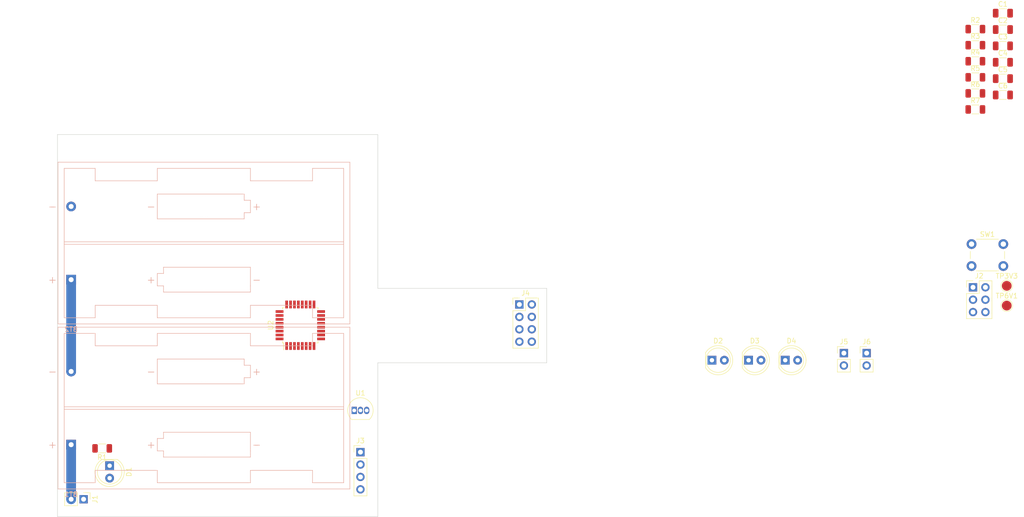
<source format=kicad_pcb>
(kicad_pcb (version 20221018) (generator pcbnew)
  (layers (0 "F.Cu" signal) (31 "B.Cu" signal) (34 "B.Paste" user) (35 "F.Paste" user) (36 "B.SilkS" user "B.Silkscreen") (37 "F.SilkS" user "F.Silkscreen") (38 "B.Mask" user) (39 "F.Mask" user) (44 "Edge.Cuts" user))
  (net 0 "")
  (net 1 "Net-(BT1-+)")
  (net 2 "Net-(BT1--)")
  (net 3 "GND")
  (net 4 "+6V")
  (net 5 "Net-(U1-VO)")
  (net 6 "+3V3")
  (net 7 "/RESET")
  (net 8 "Net-(D1-K)")
  (net 9 "Net-(D2-A)")
  (net 10 "Net-(D3-A)")
  (net 11 "Net-(D4-A)")
  (net 12 "/UPDI_DATA")
  (net 16 "/TxD")
  (net 17 "/RxD")
  (net 18 "VCC")
  (net 20 "/IR_1")
  (net 21 "/IR_4")
  (net 22 "/IR_2")
  (net 23 "/IR_5")
  (net 24 "/IR_3")
  (net 25 "/L_MotorOut")
  (net 26 "/R_MotorOut")
  (net 27 "Net-(SW1-A)")
  (net 28 "/LED_1")
  (net 29 "/LED_2")
  (net 30 "/LED_3")
  (net 48 "/L_MOTOR_PWM")
  (net 49 "/R_MOTOR_PWM")
  (footprint "LED_THT:LED_D5.0mm" (layer "F.Cu") (at 210.074 97.01)
    (fp_text reference "D2" (at 1.27 -3.96) (layer "F.SilkS"))
    (fp_text value "LED")
    (fp_line (start -1.29 -1.545) (end -1.29 1.545) (stroke (width 0.12)) (layer "F.SilkS"))
    (fp_arc (start -1.29 -1.54483) (mid 2.072002 -2.880433) (end 4.26 0.000462) (stroke (width 0.12)) (layer "F.SilkS"))
    (fp_arc (start 4.26 -0.000462) (mid 2.072002 2.880433) (end -1.29 1.54483) (stroke (width 0.12)) (layer "F.SilkS"))
    (fp_circle (center 1.27 0) (end 3.77 0) (stroke (width 0.12)) (fill none) (layer "F.SilkS"))
    (pad "1" thru_hole rect (at 0 0) (size 1.8 1.8) (drill 0.9) (layers "*.Cu" "*.Mask") (net 3 "GND"))
    (pad "2" thru_hole circle (at 2.54 0) (size 1.8 1.8) (drill 0.9) (layers "*.Cu" "*.Mask") (net 9 "Net-(D2-A)"))
  )
  (footprint "TestPoint:TestPoint_Pad_D2.0mm" (layer "F.Cu") (at 270.384 85.83)
    (fp_text reference "TP6V1" (at 0 -1.998) (layer "F.SilkS"))
    (fp_text value "TestPoint")
    (fp_circle (center 0 0) (end 0 1.2) (stroke (width 0.12)) (fill none) (layer "F.SilkS"))
    (pad "1" smd circle (at 0 0) (size 2 2) (layers "F.Cu" "F.Mask") (net 4 "+6V"))
  )
  (footprint "Resistor_SMD:R_1206_3216Metric" (layer "F.Cu") (at 263.964 35.79)
    (fp_text reference "R4" (at 0 -1.82) (layer "F.SilkS"))
    (fp_text value "330")
    (fp_line (start -0.727064 -0.91) (end 0.727064 -0.91) (stroke (width 0.12)) (layer "F.SilkS"))
    (fp_line (start -0.727064 0.91) (end 0.727064 0.91) (stroke (width 0.12)) (layer "F.SilkS"))
    (pad "1" smd roundrect (at -1.4625 0) (size 1.125 1.75) (layers "F.Cu" "F.Paste" "F.Mask") (roundrect_rratio 0.222222) (net 7 "/RESET"))
    (pad "2" smd roundrect (at 1.4625 0) (size 1.125 1.75) (layers "F.Cu" "F.Paste" "F.Mask") (roundrect_rratio 0.222222) (net 27 "Net-(SW1-A)"))
  )
  (footprint "LED_THT:LED_D5.0mm" (layer "F.Cu") (at 217.574 97.01)
    (fp_text reference "D3" (at 1.27 -3.96) (layer "F.SilkS"))
    (fp_text value "LED")
    (fp_line (start -1.29 -1.545) (end -1.29 1.545) (stroke (width 0.12)) (layer "F.SilkS"))
    (fp_arc (start -1.29 -1.54483) (mid 2.072002 -2.880433) (end 4.26 0.000462) (stroke (width 0.12)) (layer "F.SilkS"))
    (fp_arc (start 4.26 -0.000462) (mid 2.072002 2.880433) (end -1.29 1.54483) (stroke (width 0.12)) (layer "F.SilkS"))
    (fp_circle (center 1.27 0) (end 3.77 0) (stroke (width 0.12)) (fill none) (layer "F.SilkS"))
    (pad "1" thru_hole rect (at 0 0) (size 1.8 1.8) (drill 0.9) (layers "*.Cu" "*.Mask") (net 3 "GND"))
    (pad "2" thru_hole circle (at 2.54 0) (size 1.8 1.8) (drill 0.9) (layers "*.Cu" "*.Mask") (net 10 "Net-(D3-A)"))
  )
  (footprint "Button_Switch_THT:SW_PUSH_6mm" (layer "F.Cu") (at 263.184 73.23)
    (fp_text reference "SW1" (at 3.25 -2) (layer "F.SilkS"))
    (fp_text value "RESET_SW")
    (fp_line (start -0.25 1.5) (end -0.25 3) (stroke (width 0.12)) (layer "F.SilkS"))
    (fp_line (start 1 5.5) (end 5.5 5.5) (stroke (width 0.12)) (layer "F.SilkS"))
    (fp_line (start 5.5 -1) (end 1 -1) (stroke (width 0.12)) (layer "F.SilkS"))
    (fp_line (start 6.75 3) (end 6.75 1.5) (stroke (width 0.12)) (layer "F.SilkS"))
    (pad "1" thru_hole circle (at 0 0 90) (size 2 2) (drill 1.1) (layers "*.Cu" "*.Mask") (net 27 "Net-(SW1-A)"))
    (pad "1" thru_hole circle (at 6.5 0 90) (size 2 2) (drill 1.1) (layers "*.Cu" "*.Mask") (net 27 "Net-(SW1-A)"))
    (pad "2" thru_hole circle (at 0 4.5 90) (size 2 2) (drill 1.1) (layers "*.Cu" "*.Mask") (net 3 "GND"))
    (pad "2" thru_hole circle (at 6.5 4.5 90) (size 2 2) (drill 1.1) (layers "*.Cu" "*.Mask") (net 3 "GND"))
  )
  (footprint "Resistor_SMD:R_1206_3216Metric" (layer "F.Cu") (at 263.964 29.21)
    (fp_text reference "R2" (at 0 -1.82) (layer "F.SilkS"))
    (fp_text value "0R")
    (fp_line (start -0.727064 -0.91) (end 0.727064 -0.91) (stroke (width 0.12)) (layer "F.SilkS"))
    (fp_line (start -0.727064 0.91) (end 0.727064 0.91) (stroke (width 0.12)) (layer "F.SilkS"))
    (pad "1" smd roundrect (at -1.4625 0) (size 1.125 1.75) (layers "F.Cu" "F.Paste" "F.Mask") (roundrect_rratio 0.222222) (net 6 "+3V3"))
    (pad "2" smd roundrect (at 1.4625 0) (size 1.125 1.75) (layers "F.Cu" "F.Paste" "F.Mask") (roundrect_rratio 0.222222) (net 5 "Net-(U1-VO)"))
  )
  (footprint "Capacitor_SMD:C_1206_3216Metric" (layer "F.Cu") (at 269.594 32.65)
    (fp_text reference "C3" (at 0 -1.85) (layer "F.SilkS"))
    (fp_text value "100n")
    (fp_line (start -0.711252 -0.91) (end 0.711252 -0.91) (stroke (width 0.12)) (layer "F.SilkS"))
    (fp_line (start -0.711252 0.91) (end 0.711252 0.91) (stroke (width 0.12)) (layer "F.SilkS"))
    (pad "1" smd roundrect (at -1.475 0) (size 1.15 1.8) (layers "F.Cu" "F.Paste" "F.Mask") (roundrect_rratio 0.217391) (net 6 "+3V3"))
    (pad "2" smd roundrect (at 1.475 0) (size 1.15 1.8) (layers "F.Cu" "F.Paste" "F.Mask") (roundrect_rratio 0.217391) (net 3 "GND"))
  )
  (footprint "Connector_PinHeader_2.54mm:PinHeader_2x03_P2.54mm_Vertical" (layer "F.Cu") (at 263.484 82.08)
    (fp_text reference "J2" (at 1.27 -2.33) (layer "F.SilkS"))
    (fp_text value "Prog Connector")
    (fp_line (start -1.33 -1.33) (end 0 -1.33) (stroke (width 0.12)) (layer "F.SilkS"))
    (fp_line (start -1.33 0) (end -1.33 -1.33) (stroke (width 0.12)) (layer "F.SilkS"))
    (fp_line (start -1.33 1.27) (end -1.33 6.41) (stroke (width 0.12)) (layer "F.SilkS"))
    (fp_line (start -1.33 1.27) (end 1.27 1.27) (stroke (width 0.12)) (layer "F.SilkS"))
    (fp_line (start -1.33 6.41) (end 3.87 6.41) (stroke (width 0.12)) (layer "F.SilkS"))
    (fp_line (start 1.27 -1.33) (end 3.87 -1.33) (stroke (width 0.12)) (layer "F.SilkS"))
    (fp_line (start 1.27 1.27) (end 1.27 -1.33) (stroke (width 0.12)) (layer "F.SilkS"))
    (fp_line (start 3.87 -1.33) (end 3.87 6.41) (stroke (width 0.12)) (layer "F.SilkS"))
    (pad "1" thru_hole rect (at 0 0) (size 1.7 1.7) (drill 1) (layers "*.Cu" "*.Mask") (net 12 "/UPDI_DATA"))
    (pad "2" thru_hole oval (at 2.54 0) (size 1.7 1.7) (drill 1) (layers "*.Cu" "*.Mask") (net 6 "+3V3"))
    (pad "3" thru_hole oval (at 0 2.54) (size 1.7 1.7) (drill 1) (layers "*.Cu" "*.Mask"))
    (pad "4" thru_hole oval (at 2.54 2.54) (size 1.7 1.7) (drill 1) (layers "*.Cu" "*.Mask"))
    (pad "5" thru_hole oval (at 0 5.08) (size 1.7 1.7) (drill 1) (layers "*.Cu" "*.Mask"))
    (pad "6" thru_hole oval (at 2.54 5.08) (size 1.7 1.7) (drill 1) (layers "*.Cu" "*.Mask") (net 3 "GND"))
  )
  (footprint "Package_QFP:TQFP-32_7x7mm_P0.8mm" (layer "F.Cu") (at 125.876 89.848 90)
    (fp_text reference "U2" (at 0 -6.05 90) (layer "F.SilkS"))
    (fp_text value "ATmega4808-A")
    (fp_line (start -3.625 -3.625) (end -3.625 -3.4) (stroke (width 0.15)) (layer "F.SilkS"))
    (fp_line (start -3.625 -3.625) (end -3.3 -3.625) (stroke (width 0.15)) (layer "F.SilkS"))
    (fp_line (start -3.625 -3.4) (end -5.05 -3.4) (stroke (width 0.15)) (layer "F.SilkS"))
    (fp_line (start -3.625 3.625) (end -3.625 3.3) (stroke (width 0.15)) (layer "F.SilkS"))
    (fp_line (start -3.625 3.625) (end -3.3 3.625) (stroke (width 0.15)) (layer "F.SilkS"))
    (fp_line (start 3.625 -3.625) (end 3.3 -3.625) (stroke (width 0.15)) (layer "F.SilkS"))
    (fp_line (start 3.625 -3.625) (end 3.625 -3.3) (stroke (width 0.15)) (layer "F.SilkS"))
    (fp_line (start 3.625 3.625) (end 3.3 3.625) (stroke (width 0.15)) (layer "F.SilkS"))
    (fp_line (start 3.625 3.625) (end 3.625 3.3) (stroke (width 0.15)) (layer "F.SilkS"))
    (pad "1" smd rect (at -4.25 -2.8 90) (size 1.6 0.55) (layers "F.Cu" "F.Paste" "F.Mask"))
    (pad "2" smd rect (at -4.25 -2 90) (size 1.6 0.55) (layers "F.Cu" "F.Paste" "F.Mask"))
    (pad "3" smd rect (at -4.25 -1.2 90) (size 1.6 0.55) (layers "F.Cu" "F.Paste" "F.Mask"))
    (pad "4" smd rect (at -4.25 -0.4 90) (size 1.6 0.55) (layers "F.Cu" "F.Paste" "F.Mask"))
    (pad "5" smd rect (at -4.25 0.4 90) (size 1.6 0.55) (layers "F.Cu" "F.Paste" "F.Mask"))
    (pad "6" smd rect (at -4.25 1.2 90) (size 1.6 0.55) (layers "F.Cu" "F.Paste" "F.Mask") (net 16 "/TxD"))
    (pad "7" smd rect (at -4.25 2 90) (size 1.6 0.55) (layers "F.Cu" "F.Paste" "F.Mask") (net 17 "/RxD"))
    (pad "8" smd rect (at -4.25 2.8 90) (size 1.6 0.55) (layers "F.Cu" "F.Paste" "F.Mask"))
    (pad "9" smd rect (at -2.8 4.25 180) (size 1.6 0.55) (layers "F.Cu" "F.Paste" "F.Mask"))
    (pad "10" smd rect (at -2 4.25 180) (size 1.6 0.55) (layers "F.Cu" "F.Paste" "F.Mask") (net 20 "/IR_1"))
    (pad "11" smd rect (at -1.2 4.25 180) (size 1.6 0.55) (layers "F.Cu" "F.Paste" "F.Mask") (net 22 "/IR_2"))
    (pad "12" smd rect (at -0.4 4.25 180) (size 1.6 0.55) (layers "F.Cu" "F.Paste" "F.Mask") (net 24 "/IR_3"))
    (pad "13" smd rect (at 0.4 4.25 180) (size 1.6 0.55) (layers "F.Cu" "F.Paste" "F.Mask") (net 21 "/IR_4"))
    (pad "14" smd rect (at 1.2 4.25 180) (size 1.6 0.55) (layers "F.Cu" "F.Paste" "F.Mask") (net 23 "/IR_5"))
    (pad "15" smd rect (at 2 4.25 180) (size 1.6 0.55) (layers "F.Cu" "F.Paste" "F.Mask"))
    (pad "16" smd rect (at 2.8 4.25 180) (size 1.6 0.55) (layers "F.Cu" "F.Paste" "F.Mask"))
    (pad "17" smd rect (at 4.25 2.8 90) (size 1.6 0.55) (layers "F.Cu" "F.Paste" "F.Mask"))
    (pad "18" smd rect (at 4.25 2 90) (size 1.6 0.55) (layers "F.Cu" "F.Paste" "F.Mask") (net 6 "+3V3"))
    (pad "19" smd rect (at 4.25 1.2 90) (size 1.6 0.55) (layers "F.Cu" "F.Paste" "F.Mask") (net 3 "GND"))
    (pad "20" smd rect (at 4.25 0.4 90) (size 1.6 0.55) (layers "F.Cu" "F.Paste" "F.Mask"))
    (pad "21" smd rect (at 4.25 -0.4 90) (size 1.6 0.55) (layers "F.Cu" "F.Paste" "F.Mask"))
    (pad "22" smd rect (at 4.25 -1.2 90) (size 1.6 0.55) (layers "F.Cu" "F.Paste" "F.Mask"))
    (pad "23" smd rect (at 4.25 -2 90) (size 1.6 0.55) (layers "F.Cu" "F.Paste" "F.Mask"))
    (pad "24" smd rect (at 4.25 -2.8 90) (size 1.6 0.55) (layers "F.Cu" "F.Paste" "F.Mask"))
    (pad "25" smd rect (at 2.8 -4.25 180) (size 1.6 0.55) (layers "F.Cu" "F.Paste" "F.Mask"))
    (pad "26" smd rect (at 2 -4.25 180) (size 1.6 0.55) (layers "F.Cu" "F.Paste" "F.Mask") (net 7 "/RESET"))
    (pad "27" smd rect (at 1.2 -4.25 180) (size 1.6 0.55) (layers "F.Cu" "F.Paste" "F.Mask") (net 12 "/UPDI_DATA"))
    (pad "28" smd rect (at 0.4 -4.25 180) (size 1.6 0.55) (layers "F.Cu" "F.Paste" "F.Mask") (net 6 "+3V3"))
    (pad "29" smd rect (at -0.4 -4.25 180) (size 1.6 0.55) (layers "F.Cu" "F.Paste" "F.Mask") (net 3 "GND"))
    (pad "30" smd rect (at -1.2 -4.25 180) (size 1.6 0.55) (layers "F.Cu" "F.Paste" "F.Mask"))
    (pad "31" smd rect (at -2 -4.25 180) (size 1.6 0.55) (layers "F.Cu" "F.Paste" "F.Mask") (net 48 "/L_MOTOR_PWM"))
    (pad "32" smd rect (at -2.8 -4.25 180) (size 1.6 0.55) (layers "F.Cu" "F.Paste" "F.Mask") (net 49 "/R_MOTOR_PWM"))
  )
  (footprint "Connector_PinHeader_2.54mm:PinHeader_1x02_P2.54mm_Vertical" (layer "F.Cu") (at 241.724 95.56)
    (fp_text reference "J6" (at 0 -2.33) (layer "F.SilkS"))
    (fp_text value "Conn_01x02_Pin")
    (fp_line (start -1.33 -1.33) (end 0 -1.33) (stroke (width 0.12)) (layer "F.SilkS"))
    (fp_line (start -1.33 0) (end -1.33 -1.33) (stroke (width 0.12)) (layer "F.SilkS"))
    (fp_line (start -1.33 1.27) (end -1.33 3.87) (stroke (width 0.12)) (layer "F.SilkS"))
    (fp_line (start -1.33 1.27) (end 1.33 1.27) (stroke (width 0.12)) (layer "F.SilkS"))
    (fp_line (start -1.33 3.87) (end 1.33 3.87) (stroke (width 0.12)) (layer "F.SilkS"))
    (fp_line (start 1.33 1.27) (end 1.33 3.87) (stroke (width 0.12)) (layer "F.SilkS"))
    (pad "1" thru_hole rect (at 0 0) (size 1.7 1.7) (drill 1) (layers "*.Cu" "*.Mask") (net 26 "/R_MotorOut"))
    (pad "2" thru_hole oval (at 0 2.54) (size 1.7 1.7) (drill 1) (layers "*.Cu" "*.Mask") (net 3 "GND"))
  )
  (footprint "Resistor_SMD:R_1206_3216Metric" (layer "F.Cu") (at 263.964 32.5)
    (fp_text reference "R3" (at 0 -1.82) (layer "F.SilkS"))
    (fp_text value "4.7k")
    (fp_line (start -0.727064 -0.91) (end 0.727064 -0.91) (stroke (width 0.12)) (layer "F.SilkS"))
    (fp_line (start -0.727064 0.91) (end 0.727064 0.91) (stroke (width 0.12)) (layer "F.SilkS"))
    (pad "1" smd roundrect (at -1.4625 0) (size 1.125 1.75) (layers "F.Cu" "F.Paste" "F.Mask") (roundrect_rratio 0.222222) (net 6 "+3V3"))
    (pad "2" smd roundrect (at 1.4625 0) (size 1.125 1.75) (layers "F.Cu" "F.Paste" "F.Mask") (roundrect_rratio 0.222222) (net 7 "/RESET"))
  )
  (footprint "LED_THT:LED_D5.0mm" (layer "F.Cu") (at 86.868 118.613 -90)
    (fp_text reference "D1" (at 1.27 -3.96 90) (layer "F.SilkS"))
    (fp_text value "LED")
    (fp_line (start -1.29 -1.545) (end -1.29 1.545) (stroke (width 0.12)) (layer "F.SilkS"))
    (fp_arc (start -1.29 -1.54483) (mid 2.072002 -2.880433) (end 4.26 0.000462) (stroke (width 0.12)) (layer "F.SilkS"))
    (fp_arc (start 4.26 -0.000462) (mid 2.072002 2.880433) (end -1.29 1.54483) (stroke (width 0.12)) (layer "F.SilkS"))
    (fp_circle (center 1.27 0) (end 3.77 0) (stroke (width 0.12)) (fill none) (layer "F.SilkS"))
    (pad "1" thru_hole rect (at 0 0 270) (size 1.8 1.8) (drill 0.9) (layers "*.Cu" "*.Mask") (net 8 "Net-(D1-K)"))
    (pad "2" thru_hole circle (at 2.54 0 270) (size 1.8 1.8) (drill 0.9) (layers "*.Cu" "*.Mask") (net 4 "+6V"))
  )
  (footprint "Resistor_SMD:R_1206_3216Metric" (layer "F.Cu") (at 263.964 39.08)
    (fp_text reference "R5" (at 0 -1.82) (layer "F.SilkS"))
    (fp_text value "470R")
    (fp_line (start -0.727064 -0.91) (end 0.727064 -0.91) (stroke (width 0.12)) (layer "F.SilkS"))
    (fp_line (start -0.727064 0.91) (end 0.727064 0.91) (stroke (width 0.12)) (layer "F.SilkS"))
    (pad "1" smd roundrect (at -1.4625 0) (size 1.125 1.75) (layers "F.Cu" "F.Paste" "F.Mask") (roundrect_rratio 0.222222) (net 28 "/LED_1"))
    (pad "2" smd roundrect (at 1.4625 0) (size 1.125 1.75) (layers "F.Cu" "F.Paste" "F.Mask") (roundrect_rratio 0.222222) (net 9 "Net-(D2-A)"))
  )
  (footprint "Resistor_SMD:R_1206_3216Metric" (layer "F.Cu") (at 263.964 42.37)
    (fp_text reference "R6" (at 0 -1.82) (layer "F.SilkS"))
    (fp_text value "470R")
    (fp_line (start -0.727064 -0.91) (end 0.727064 -0.91) (stroke (width 0.12)) (layer "F.SilkS"))
    (fp_line (start -0.727064 0.91) (end 0.727064 0.91) (stroke (width 0.12)) (layer "F.SilkS"))
    (pad "1" smd roundrect (at -1.4625 0) (size 1.125 1.75) (layers "F.Cu" "F.Paste" "F.Mask") (roundrect_rratio 0.222222) (net 29 "/LED_2"))
    (pad "2" smd roundrect (at 1.4625 0) (size 1.125 1.75) (layers "F.Cu" "F.Paste" "F.Mask") (roundrect_rratio 0.222222) (net 10 "Net-(D3-A)"))
  )
  (footprint "Connector_PinHeader_2.54mm:PinHeader_2x04_P2.54mm_Vertical" (layer "F.Cu") (at 170.688 85.598)
    (fp_text reference "J4" (at 1.27 -2.33) (layer "F.SilkS"))
    (fp_text value "IR Connector")
    (fp_line (start -1.33 -1.33) (end 0 -1.33) (stroke (width 0.12)) (layer "F.SilkS"))
    (fp_line (start -1.33 0) (end -1.33 -1.33) (stroke (width 0.12)) (layer "F.SilkS"))
    (fp_line (start -1.33 1.27) (end -1.33 8.95) (stroke (width 0.12)) (layer "F.SilkS"))
    (fp_line (start -1.33 1.27) (end 1.27 1.27) (stroke (width 0.12)) (layer "F.SilkS"))
    (fp_line (start -1.33 8.95) (end 3.87 8.95) (stroke (width 0.12)) (layer "F.SilkS"))
    (fp_line (start 1.27 -1.33) (end 3.87 -1.33) (stroke (width 0.12)) (layer "F.SilkS"))
    (fp_line (start 1.27 1.27) (end 1.27 -1.33) (stroke (width 0.12)) (layer "F.SilkS"))
    (fp_line (start 3.87 -1.33) (end 3.87 8.95) (stroke (width 0.12)) (layer "F.SilkS"))
    (pad "1" thru_hole rect (at 0 0) (size 1.7 1.7) (drill 1) (layers "*.Cu" "*.Mask") (net 18 "VCC"))
    (pad "2" thru_hole oval (at 2.54 0) (size 1.7 1.7) (drill 1) (layers "*.Cu" "*.Mask"))
    (pad "3" thru_hole oval (at 0 2.54) (size 1.7 1.7) (drill 1) (layers "*.Cu" "*.Mask") (net 20 "/IR_1"))
    (pad "4" thru_hole oval (at 2.54 2.54) (size 1.7 1.7) (drill 1) (layers "*.Cu" "*.Mask") (net 21 "/IR_4"))
    (pad "5" thru_hole oval (at 0 5.08) (size 1.7 1.7) (drill 1) (layers "*.Cu" "*.Mask") (net 22 "/IR_2"))
    (pad "6" thru_hole oval (at 2.54 5.08) (size 1.7 1.7) (drill 1) (layers "*.Cu" "*.Mask") (net 23 "/IR_5"))
    (pad "7" thru_hole oval (at 0 7.62) (size 1.7 1.7) (drill 1) (layers "*.Cu" "*.Mask") (net 24 "/IR_3"))
    (pad "8" thru_hole oval (at 2.54 7.62) (size 1.7 1.7) (drill 1) (layers "*.Cu" "*.Mask") (net 3 "GND"))
  )
  (footprint "Connector_PinHeader_2.54mm:PinHeader_1x02_P2.54mm_Vertical" (layer "F.Cu") (at 81.539 125.476 -90)
    (fp_text reference "J1" (at 0 -2.33 90) (layer "F.SilkS"))
    (fp_text value "Switch")
    (fp_line (start -1.33 -1.33) (end 0 -1.33) (stroke (width 0.12)) (layer "F.SilkS"))
    (fp_line (start -1.33 0) (end -1.33 -1.33) (stroke (width 0.12)) (layer "F.SilkS"))
    (fp_line (start -1.33 1.27) (end -1.33 3.87) (stroke (width 0.12)) (layer "F.SilkS"))
    (fp_line (start -1.33 1.27) (end 1.33 1.27) (stroke (width 0.12)) (layer "F.SilkS"))
    (fp_line (start -1.33 3.87) (end 1.33 3.87) (stroke (width 0.12)) (layer "F.SilkS"))
    (fp_line (start 1.33 1.27) (end 1.33 3.87) (stroke (width 0.12)) (layer "F.SilkS"))
    (pad "1" thru_hole rect (at 0 0 270) (size 1.7 1.7) (drill 1) (layers "*.Cu" "*.Mask") (net 4 "+6V"))
    (pad "2" thru_hole oval (at 0 2.54 270) (size 1.7 1.7) (drill 1) (layers "*.Cu" "*.Mask") (net 1 "Net-(BT1-+)"))
  )
  (footprint "Package_TO_SOT_THT:TO-92_Inline" (layer "F.Cu") (at 136.906 107.294)
    (fp_text reference "U1" (at 1.27 -3.56) (layer "F.SilkS"))
    (fp_text value "MCP1700-3302E/TO")
    (fp_line (start -0.53 1.85) (end 3.07 1.85) (stroke (width 0.12)) (layer "F.SilkS"))
    (fp_arc (start -0.568478 1.838478) (mid -1.132087 -0.994977) (end 1.27 -2.6) (stroke (width 0.12)) (layer "F.SilkS"))
    (fp_arc (start 1.27 -2.6) (mid 3.672087 -0.994977) (end 3.108478 1.838478) (stroke (width 0.12)) (layer "F.SilkS"))
    (pad "1" thru_hole rect (at 0 0) (size 1.05 1.5) (drill 0.75) (layers "*.Cu" "*.Mask") (net 3 "GND"))
    (pad "2" thru_hole oval (at 1.27 0) (size 1.05 1.5) (drill 0.75) (layers "*.Cu" "*.Mask") (net 4 "+6V"))
    (pad "3" thru_hole oval (at 2.54 0) (size 1.05 1.5) (drill 0.75) (layers "*.Cu" "*.Mask") (net 5 "Net-(U1-VO)"))
  )
  (footprint "LED_THT:LED_D5.0mm" (layer "F.Cu") (at 225.074 97.01)
    (fp_text reference "D4" (at 1.27 -3.96) (layer "F.SilkS"))
    (fp_text value "LED")
    (fp_line (start -1.29 -1.545) (end -1.29 1.545) (stroke (width 0.12)) (layer "F.SilkS"))
    (fp_arc (start -1.29 -1.54483) (mid 2.072002 -2.880433) (end 4.26 0.000462) (stroke (width 0.12)) (layer "F.SilkS"))
    (fp_arc (start 4.26 -0.000462) (mid 2.072002 2.880433) (end -1.29 1.54483) (stroke (width 0.12)) (layer "F.SilkS"))
    (fp_circle (center 1.27 0) (end 3.77 0) (stroke (width 0.12)) (fill none) (layer "F.SilkS"))
    (pad "1" thru_hole rect (at 0 0) (size 1.8 1.8) (drill 0.9) (layers "*.Cu" "*.Mask") (net 3 "GND"))
    (pad "2" thru_hole circle (at 2.54 0) (size 1.8 1.8) (drill 0.9) (layers "*.Cu" "*.Mask") (net 11 "Net-(D4-A)"))
  )
  (footprint "Capacitor_SMD:C_1206_3216Metric" (layer "F.Cu") (at 269.594 39.35)
    (fp_text reference "C5" (at 0 -1.85) (layer "F.SilkS"))
    (fp_text value "100n")
    (fp_line (start -0.711252 -0.91) (end 0.711252 -0.91) (stroke (width 0.12)) (layer "F.SilkS"))
    (fp_line (start -0.711252 0.91) (end 0.711252 0.91) (stroke (width 0.12)) (layer "F.SilkS"))
    (pad "1" smd roundrect (at -1.475 0) (size 1.15 1.8) (layers "F.Cu" "F.Paste" "F.Mask") (roundrect_rratio 0.217391) (net 7 "/RESET"))
    (pad "2" smd roundrect (at 1.475 0) (size 1.15 1.8) (layers "F.Cu" "F.Paste" "F.Mask") (roundrect_rratio 0.217391) (net 3 "GND"))
  )
  (footprint "Capacitor_SMD:C_1206_3216Metric" (layer "F.Cu") (at 269.594 42.7)
    (fp_text reference "C6" (at 0 -1.85) (layer "F.SilkS"))
    (fp_text value "100n")
    (fp_line (start -0.711252 -0.91) (end 0.711252 -0.91) (stroke (width 0.12)) (layer "F.SilkS"))
    (fp_line (start -0.711252 0.91) (end 0.711252 0.91) (stroke (width 0.12)) (layer "F.SilkS"))
    (pad "1" smd roundrect (at -1.475 0) (size 1.15 1.8) (layers "F.Cu" "F.Paste" "F.Mask") (roundrect_rratio 0.217391) (net 6 "+3V3"))
    (pad "2" smd roundrect (at 1.475 0) (size 1.15 1.8) (layers "F.Cu" "F.Paste" "F.Mask") (roundrect_rratio 0.217391) (net 3 "GND"))
  )
  (footprint "Capacitor_SMD:C_1206_3216Metric" (layer "F.Cu") (at 269.594 29.3)
    (fp_text reference "C2" (at 0 -1.85) (layer "F.SilkS"))
    (fp_text value "1u")
    (fp_line (start -0.711252 -0.91) (end 0.711252 -0.91) (stroke (width 0.12)) (layer "F.SilkS"))
    (fp_line (start -0.711252 0.91) (end 0.711252 0.91) (stroke (width 0.12)) (layer "F.SilkS"))
    (pad "1" smd roundrect (at -1.475 0) (size 1.15 1.8) (layers "F.Cu" "F.Paste" "F.Mask") (roundrect_rratio 0.217391) (net 5 "Net-(U1-VO)"))
    (pad "2" smd roundrect (at 1.475 0) (size 1.15 1.8) (layers "F.Cu" "F.Paste" "F.Mask") (roundrect_rratio 0.217391) (net 3 "GND"))
  )
  (footprint "Resistor_SMD:R_1206_3216Metric" (layer "F.Cu") (at 263.964 45.66)
    (fp_text reference "R7" (at 0 -1.82) (layer "F.SilkS"))
    (fp_text value "470R")
    (fp_line (start -0.727064 -0.91) (end 0.727064 -0.91) (stroke (width 0.12)) (layer "F.SilkS"))
    (fp_line (start -0.727064 0.91) (end 0.727064 0.91) (stroke (width 0.12)) (layer "F.SilkS"))
    (pad "1" smd roundrect (at -1.4625 0) (size 1.125 1.75) (layers "F.Cu" "F.Paste" "F.Mask") (roundrect_rratio 0.222222) (net 30 "/LED_3"))
    (pad "2" smd roundrect (at 1.4625 0) (size 1.125 1.75) (layers "F.Cu" "F.Paste" "F.Mask") (roundrect_rratio 0.222222) (net 11 "Net-(D4-A)"))
  )
  (footprint "Connector_PinHeader_2.54mm:PinHeader_1x04_P2.54mm_Vertical" (layer "F.Cu") (at 138.176 115.834)
    (fp_text reference "J3" (at 0 -2.33) (layer "F.SilkS"))
    (fp_text value "UART")
    (fp_line (start -1.33 -1.33) (end 0 -1.33) (stroke (width 0.12)) (layer "F.SilkS"))
    (fp_line (start -1.33 0) (end -1.33 -1.33) (stroke (width 0.12)) (layer "F.SilkS"))
    (fp_line (start -1.33 1.27) (end -1.33 8.95) (stroke (width 0.12)) (layer "F.SilkS"))
    (fp_line (start -1.33 1.27) (end 1.33 1.27) (stroke (width 0.12)) (layer "F.SilkS"))
    (fp_line (start -1.33 8.95) (end 1.33 8.95) (stroke (width 0.12)) (layer "F.SilkS"))
    (fp_line (start 1.33 1.27) (end 1.33 8.95) (stroke (width 0.12)) (layer "F.SilkS"))
    (pad "1" thru_hole rect (at 0 0) (size 1.7 1.7) (drill 1) (layers "*.Cu" "*.Mask") (net 6 "+3V3"))
    (pad "2" thru_hole oval (at 0 2.54) (size 1.7 1.7) (drill 1) (layers "*.Cu" "*.Mask") (net 16 "/TxD"))
    (pad "3" thru_hole oval (at 0 5.08) (size 1.7 1.7) (drill 1) (layers "*.Cu" "*.Mask") (net 17 "/RxD"))
    (pad "4" thru_hole oval (at 0 7.62) (size 1.7 1.7) (drill 1) (layers "*.Cu" "*.Mask") (net 3 "GND"))
  )
  (footprint "Resistor_SMD:R_1206_3216Metric" (layer "F.Cu") (at 85.344 115.062 180)
    (fp_text reference "R1" (at 0 -1.82) (layer "F.SilkS"))
    (fp_text value "470R")
    (fp_line (start -0.727064 -0.91) (end 0.727064 -0.91) (stroke (width 0.12)) (layer "F.SilkS"))
    (fp_line (start -0.727064 0.91) (end 0.727064 0.91) (stroke (width 0.12)) (layer "F.SilkS"))
    (pad "1" smd roundrect (at -1.4625 0 180) (size 1.125 1.75) (layers "F.Cu" "F.Paste" "F.Mask") (roundrect_rratio 0.222222) (net 8 "Net-(D1-K)"))
    (pad "2" smd roundrect (at 1.4625 0 180) (size 1.125 1.75) (layers "F.Cu" "F.Paste" "F.Mask") (roundrect_rratio 0.222222) (net 3 "GND"))
  )
  (footprint "TestPoint:TestPoint_Pad_D2.0mm" (layer "F.Cu") (at 270.384 81.78)
    (fp_text reference "TP3V3" (at 0 -1.998) (layer "F.SilkS"))
    (fp_text value "TestPoint")
    (fp_circle (center 0 0) (end 0 1.2) (stroke (width 0.12)) (fill none) (layer "F.SilkS"))
    (pad "1" smd circle (at 0 0) (size 2 2) (layers "F.Cu" "F.Mask") (net 5 "Net-(U1-VO)"))
  )
  (footprint "Capacitor_SMD:C_1206_3216Metric" (layer "F.Cu") (at 269.594 25.95)
    (fp_text reference "C1" (at 0 -1.85) (layer "F.SilkS"))
    (fp_text value "1u")
    (fp_line (start -0.711252 -0.91) (end 0.711252 -0.91) (stroke (width 0.12)) (layer "F.SilkS"))
    (fp_line (start -0.711252 0.91) (end 0.711252 0.91) (stroke (width 0.12)) (layer "F.SilkS"))
    (pad "1" smd roundrect (at -1.475 0) (size 1.15 1.8) (layers "F.Cu" "F.Paste" "F.Mask") (roundrect_rratio 0.217391) (net 4 "+6V"))
    (pad "2" smd roundrect (at 1.475 0) (size 1.15 1.8) (layers "F.Cu" "F.Paste" "F.Mask") (roundrect_rratio 0.217391) (net 3 "GND"))
  )
  (footprint "Connector_PinHeader_2.54mm:PinHeader_1x02_P2.54mm_Vertical" (layer "F.Cu") (at 237.074 95.56)
    (fp_text reference "J5" (at 0 -2.33) (layer "F.SilkS"))
    (fp_text value "Conn_01x02_Pin")
    (fp_line (start -1.33 -1.33) (end 0 -1.33) (stroke (width 0.12)) (layer "F.SilkS"))
    (fp_line (start -1.33 0) (end -1.33 -1.33) (stroke (width 0.12)) (layer "F.SilkS"))
    (fp_line (start -1.33 1.27) (end -1.33 3.87) (stroke (width 0.12)) (layer "F.SilkS"))
    (fp_line (start -1.33 1.27) (end 1.33 1.27) (stroke (width 0.12)) (layer "F.SilkS"))
    (fp_line (start -1.33 3.87) (end 1.33 3.87) (stroke (width 0.12)) (layer "F.SilkS"))
    (fp_line (start 1.33 1.27) (end 1.33 3.87) (stroke (width 0.12)) (layer "F.SilkS"))
    (pad "1" thru_hole rect (at 0 0) (size 1.7 1.7) (drill 1) (layers "*.Cu" "*.Mask") (net 25 "/L_MotorOut"))
    (pad "2" thru_hole oval (at 0 2.54) (size 1.7 1.7) (drill 1) (layers "*.Cu" "*.Mask") (net 3 "GND"))
  )
  (footprint "Capacitor_SMD:C_1206_3216Metric" (layer "F.Cu") (at 269.594 36)
    (fp_text reference "C4" (at 0 -1.85) (layer "F.SilkS"))
    (fp_text value "100n")
    (fp_line (start -0.711252 -0.91) (end 0.711252 -0.91) (stroke (width 0.12)) (layer "F.SilkS"))
    (fp_line (start -0.711252 0.91) (end 0.711252 0.91) (stroke (width 0.12)) (layer "F.SilkS"))
    (pad "1" smd roundrect (at -1.475 0) (size 1.15 1.8) (layers "F.Cu" "F.Paste" "F.Mask") (roundrect_rratio 0.217391) (net 6 "+3V3"))
    (pad "2" smd roundrect (at 1.475 0) (size 1.15 1.8) (layers "F.Cu" "F.Paste" "F.Mask") (roundrect_rratio 0.217391) (net 3 "GND"))
  )
  (footprint "Battery:BatteryHolder_Keystone_2462_2xAA" (layer "B.Cu") (at 78.994 114.304)
    (fp_text reference "BT1" (at 0 10.16) (layer "B.SilkS") (effects (justify mirror)))
    (fp_text value "3V")
    (fp_text user "+" (at 16.355 0) (layer "B.SilkS") (effects (font (size 1.5 1.5)) (justify mirror)))
    (fp_text user "+" (at 37.945 -14.99) (layer "B.SilkS") (effects (font (size 1.5 1.5)) (justify mirror)))
    (fp_text user "-" (at 16.355 -14.99) (layer "B.SilkS") (effects (font (size 1.5 1.5)) (justify mirror)))
    (fp_text user "+" (at -3.81 0) (layer "B.SilkS") (effects (font (size 1.5 1.5)) (justify mirror)))
    (fp_text user "-" (at -3.81 -14.99) (layer "B.SilkS") (effects (font (size 1.5 1.5)) (justify mirror)))
    (fp_text user "-" (at 37.945 0) (layer "B.SilkS") (effects (font (size 1.5 1.5)) (justify mirror)))
    (fp_line (start -2.69 -24.055) (end 57.02 -24.055) (stroke (width 0.12)) (layer "B.SilkS"))
    (fp_line (start -2.69 9.065) (end -2.69 -24.055) (stroke (width 0.12)) (layer "B.SilkS"))
    (fp_line (start -1.42 -22.785) (end 4.925 -22.785) (stroke (width 0.12)) (layer "B.SilkS"))
    (fp_line (start -1.42 -7.241) (end 55.75 -7.241) (stroke (width 0.12)) (layer "B.SilkS"))
    (fp_line (start -1.42 7.795) (end -1.42 -22.785) (stroke (width 0.12)) (layer "B.SilkS"))
    (fp_line (start 4.925 -22.785) (end 4.925 -20.245) (stroke (width 0.12)) (layer "B.SilkS"))
    (fp_line (start 4.925 -20.245) (end 17.625 -20.245) (stroke (width 0.12)) (layer "B.SilkS"))
    (fp_line (start 4.925 5.255) (end 4.925 7.795) (stroke (width 0.12)) (layer "B.SilkS"))
    (fp_line (start 4.925 5.255) (end 17.625 5.255) (stroke (width 0.12)) (layer "B.SilkS"))
    (fp_line (start 4.925 7.795) (end -1.42 7.795) (stroke (width 0.12)) (layer "B.SilkS"))
    (fp_line (start 17.625 -22.785) (end 36.675 -22.785) (stroke (width 0.12)) (layer "B.SilkS"))
    (fp_line (start 17.625 -20.245) (end 17.625 -22.785) (stroke (width 0.12)) (layer "B.SilkS"))
    (fp_line (start 17.625 -17.53) (end 17.625 -12.45) (stroke (width 0.12)) (layer "B.SilkS"))
    (fp_line (start 17.625 -12.45) (end 35.405 -12.45) (stroke (width 0.12)) (layer "B.SilkS"))
    (fp_line (start 17.625 -1.27) (end 17.625 1.27) (stroke (width 0.12)) (layer "B.SilkS"))
    (fp_line (start 17.625 1.27) (end 18.895 1.27) (stroke (width 0.12)) (layer "B.SilkS"))
    (fp_line (start 17.625 7.795) (end 17.625 5.255) (stroke (width 0.12)) (layer "B.SilkS"))
    (fp_line (start 18.895 -2.54) (end 18.895 -1.27) (stroke (width 0.12)) (layer "B.SilkS"))
    (fp_line (start 18.895 -1.27) (end 17.625 -1.27) (stroke (width 0.12)) (layer "B.SilkS"))
    (fp_line (start 18.895 1.27) (end 18.895 2.54) (stroke (width 0.12)) (layer "B.SilkS"))
    (fp_line (start 18.895 2.54) (end 36.675 2.54) (stroke (width 0.12)) (layer "B.SilkS"))
    (fp_line (start 35.405 -17.53) (end 17.625 -17.53) (stroke (width 0.12)) (layer "B.SilkS"))
    (fp_line (start 35.405 -16.26) (end 35.405 -17.53) (stroke (width 0.12)) (layer "B.SilkS"))
    (fp_line (start 35.405 -13.72) (end 36.675 -13.72) (stroke (width 0.12)) (layer "B.SilkS"))
    (fp_line (start 35.405 -12.45) (end 35.405 -13.72) (stroke (width 0.12)) (layer "B.SilkS"))
    (fp_line (start 36.675 -22.785) (end 36.675 -20.245) (stroke (width 0.12)) (layer "B.SilkS"))
    (fp_line (start 36.675 -16.26) (end 35.405 -16.26) (stroke (width 0.12)) (layer "B.SilkS"))
    (fp_line (start 36.675 -13.72) (end 36.675 -16.26) (stroke (width 0.12)) (layer "B.SilkS"))
    (fp_line (start 36.675 -2.54) (end 18.895 -2.54) (stroke (width 0.12)) (layer "B.SilkS"))
    (fp_line (start 36.675 1.27) (end 36.675 -2.54) (stroke (width 0.12)) (layer "B.SilkS"))
    (fp_line (start 36.675 2.54) (end 36.675 1.27) (stroke (width 0.12)) (layer "B.SilkS"))
    (fp_line (start 36.675 5.255) (end 36.675 7.795) (stroke (width 0.12)) (layer "B.SilkS"))
    (fp_line (start 36.675 7.795) (end 17.625 7.795) (stroke (width 0.12)) (layer "B.SilkS"))
    (fp_line (start 49.375 -22.785) (end 49.375 -20.245) (stroke (width 0.12)) (layer "B.SilkS"))
    (fp_line (start 49.375 -20.245) (end 36.675 -20.245) (stroke (width 0.12)) (layer "B.SilkS"))
    (fp_line (start 49.375 5.255) (end 36.675 5.255) (stroke (width 0.12)) (layer "B.SilkS"))
    (fp_line (start 49.375 7.795) (end 49.375 5.255) (stroke (width 0.12)) (layer "B.SilkS"))
    (fp_line (start 55.75 -22.785) (end 49.375 -22.785) (stroke (width 0.12)) (layer "B.SilkS"))
    (fp_line (start 55.75 -7.749) (end -1.42 -7.749) (stroke (width 0.12)) (layer "B.SilkS"))
    (fp_line (start 55.75 7.795) (end 49.375 7.795) (stroke (width 0.12)) (layer "B.SilkS"))
    (fp_line (start 55.75 7.795) (end 55.75 -22.785) (stroke (width 0.12)) (layer "B.SilkS"))
    (fp_line (start 57.02 -24.055) (end 57.02 9.065) (stroke (width 0.12)) (layer "B.SilkS"))
    (fp_line (start 57.02 9.065) (end -2.69 9.065) (stroke (width 0.12)) (layer "B.SilkS"))
    (pad "" np_thru_hole circle (at 27.165 -14.99) (size 3.3 3.3) (drill 3.3) (layers "*.Cu" "*.Mask"))
    (pad "" np_thru_hole circle (at 27.165 0) (size 3.3 3.3) (drill 3.3) (layers "*.Cu" "*.Mask"))
    (pad "1" thru_hole rect (at 0 0) (size 2 2) (drill 1.02) (layers "*.Cu" "*.Mask") (net 1 "Net-(BT1-+)"))
    (pad "2" thru_hole circle (at 0 -14.99) (size 2 2) (drill 1.02) (layers "*.Cu" "*.Mask") (net 2 "Net-(BT1--)"))
  )
  (footprint "Battery:BatteryHolder_Keystone_2462_2xAA" (layer "B.Cu") (at 78.994 80.518)
    (fp_text reference "BT2" (at 0 10.16) (layer "B.SilkS") (effects (justify mirror)))
    (fp_text value "3V")
    (fp_text user "+" (at 16.355 0) (layer "B.SilkS") (effects (font (size 1.5 1.5)) (justify mirror)))
    (fp_text user "-" (at -3.81 -14.99) (layer "B.SilkS") (effects (font (size 1.5 1.5)) (justify mirror)))
    (fp_text user "-" (at 16.355 -14.99) (layer "B.SilkS") (effects (font (size 1.5 1.5)) (justify mirror)))
    (fp_text user "-" (at 37.945 0) (layer "B.SilkS") (effects (font (size 1.5 1.5)) (justify mirror)))
    (fp_text user "+" (at -3.81 0) (layer "B.SilkS") (effects (font (size 1.5 1.5)) (justify mirror)))
    (fp_text user "+" (at 37.945 -14.99) (layer "B.SilkS") (effects (font (size 1.5 1.5)) (justify mirror)))
    (fp_line (start -2.69 -24.055) (end 57.02 -24.055) (stroke (width 0.12)) (layer "B.SilkS"))
    (fp_line (start -2.69 9.065) (end -2.69 -24.055) (stroke (width 0.12)) (layer "B.SilkS"))
    (fp_line (start -1.42 -22.785) (end 4.925 -22.785) (stroke (width 0.12)) (layer "B.SilkS"))
    (fp_line (start -1.42 -7.241) (end 55.75 -7.241) (stroke (width 0.12)) (layer "B.SilkS"))
    (fp_line (start -1.42 7.795) (end -1.42 -22.785) (stroke (width 0.12)) (layer "B.SilkS"))
    (fp_line (start 4.925 -22.785) (end 4.925 -20.245) (stroke (width 0.12)) (layer "B.SilkS"))
    (fp_line (start 4.925 -20.245) (end 17.625 -20.245) (stroke (width 0.12)) (layer "B.SilkS"))
    (fp_line (start 4.925 5.255) (end 4.925 7.795) (stroke (width 0.12)) (layer "B.SilkS"))
    (fp_line (start 4.925 5.255) (end 17.625 5.255) (stroke (width 0.12)) (layer "B.SilkS"))
    (fp_line (start 4.925 7.795) (end -1.42 7.795) (stroke (width 0.12)) (layer "B.SilkS"))
    (fp_line (start 17.625 -22.785) (end 36.675 -22.785) (stroke (width 0.12)) (layer "B.SilkS"))
    (fp_line (start 17.625 -20.245) (end 17.625 -22.785) (stroke (width 0.12)) (layer "B.SilkS"))
    (fp_line (start 17.625 -17.53) (end 17.625 -12.45) (stroke (width 0.12)) (layer "B.SilkS"))
    (fp_line (start 17.625 -12.45) (end 35.405 -12.45) (stroke (width 0.12)) (layer "B.SilkS"))
    (fp_line (start 17.625 -1.27) (end 17.625 1.27) (stroke (width 0.12)) (layer "B.SilkS"))
    (fp_line (start 17.625 1.27) (end 18.895 1.27) (stroke (width 0.12)) (layer "B.SilkS"))
    (fp_line (start 17.625 7.795) (end 17.625 5.255) (stroke (width 0.12)) (layer "B.SilkS"))
    (fp_line (start 18.895 -2.54) (end 18.895 -1.27) (stroke (width 0.12)) (layer "B.SilkS"))
    (fp_line (start 18.895 -1.27) (end 17.625 -1.27) (stroke (width 0.12)) (layer "B.SilkS"))
    (fp_line (start 18.895 1.27) (end 18.895 2.54) (stroke (width 0.12)) (layer "B.SilkS"))
    (fp_line (start 18.895 2.54) (end 36.675 2.54) (stroke (width 0.12)) (layer "B.SilkS"))
    (fp_line (start 35.405 -17.53) (end 17.625 -17.53) (stroke (width 0.12)) (layer "B.SilkS"))
    (fp_line (start 35.405 -16.26) (end 35.405 -17.53) (stroke (width 0.12)) (layer "B.SilkS"))
    (fp_line (start 35.405 -13.72) (end 36.675 -13.72) (stroke (width 0.12)) (layer "B.SilkS"))
    (fp_line (start 35.405 -12.45) (end 35.405 -13.72) (stroke (width 0.12)) (layer "B.SilkS"))
    (fp_line (start 36.675 -22.785) (end 36.675 -20.245) (stroke (width 0.12)) (layer "B.SilkS"))
    (fp_line (start 36.675 -16.26) (end 35.405 -16.26) (stroke (width 0.12)) (layer "B.SilkS"))
    (fp_line (start 36.675 -13.72) (end 36.675 -16.26) (stroke (width 0.12)) (layer "B.SilkS"))
    (fp_line (start 36.675 -2.54) (end 18.895 -2.54) (stroke (width 0.12)) (layer "B.SilkS"))
    (fp_line (start 36.675 1.27) (end 36.675 -2.54) (stroke (width 0.12)) (layer "B.SilkS"))
    (fp_line (start 36.675 2.54) (end 36.675 1.27) (stroke (width 0.12)) (layer "B.SilkS"))
    (fp_line (start 36.675 5.255) (end 36.675 7.795) (stroke (width 0.12)) (layer "B.SilkS"))
    (fp_line (start 36.675 7.795) (end 17.625 7.795) (stroke (width 0.12)) (layer "B.SilkS"))
    (fp_line (start 49.375 -22.785) (end 49.375 -20.245) (stroke (width 0.12)) (layer "B.SilkS"))
    (fp_line (start 49.375 -20.245) (end 36.675 -20.245) (stroke (width 0.12)) (layer "B.SilkS"))
    (fp_line (start 49.375 5.255) (end 36.675 5.255) (stroke (width 0.12)) (layer "B.SilkS"))
    (fp_line (start 49.375 7.795) (end 49.375 5.255) (stroke (width 0.12)) (layer "B.SilkS"))
    (fp_line (start 55.75 -22.785) (end 49.375 -22.785) (stroke (width 0.12)) (layer "B.SilkS"))
    (fp_line (start 55.75 -7.749) (end -1.42 -7.749) (stroke (width 0.12)) (layer "B.SilkS"))
    (fp_line (start 55.75 7.795) (end 49.375 7.795) (stroke (width 0.12)) (layer "B.SilkS"))
    (fp_line (start 55.75 7.795) (end 55.75 -22.785) (stroke (width 0.12)) (layer "B.SilkS"))
    (fp_line (start 57.02 -24.055) (end 57.02 9.065) (stroke (width 0.12)) (layer "B.SilkS"))
    (fp_line (start 57.02 9.065) (end -2.69 9.065) (stroke (width 0.12)) (layer "B.SilkS"))
    (pad "" np_thru_hole circle (at 27.165 -14.99) (size 3.3 3.3) (drill 3.3) (layers "*.Cu" "*.Mask"))
    (pad "" np_thru_hole circle (at 27.165 0) (size 3.3 3.3) (drill 3.3) (layers "*.Cu" "*.Mask"))
    (pad "1" thru_hole rect (at 0 0) (size 2 2) (drill 1.02) (layers "*.Cu" "*.Mask") (net 2 "Net-(BT1--)"))
    (pad "2" thru_hole circle (at 0 -14.99) (size 2 2) (drill 1.02) (layers "*.Cu" "*.Mask") (net 3 "GND"))
  )
  (gr_line (start 141.732 50.8) (end 76.2 50.8) (stroke (width 0.1)) (layer "Edge.Cuts"))
  (gr_line (start 141.732 82.296) (end 141.732 50.8) (stroke (width 0.1)) (layer "Edge.Cuts"))
  (gr_line (start 141.732 97.536) (end 176.276 97.536) (stroke (width 0.1)) (layer "Edge.Cuts"))
  (gr_line (start 141.732 129.032) (end 141.732 97.536) (stroke (width 0.1)) (layer "Edge.Cuts"))
  (gr_line (start 76.2 129.032) (end 141.732 129.032) (stroke (width 0.1)) (layer "Edge.Cuts"))
  (gr_line (start 176.276 97.536) (end 176.276 82.296) (stroke (width 0.1)) (layer "Edge.Cuts"))
  (gr_line (start 76.2 50.8) (end 76.2 129.032) (stroke (width 0.1)) (layer "Edge.Cuts"))
  (gr_line (start 176.276 82.296) (end 141.732 82.296) (stroke (width 0.1)) (layer "Edge.Cuts"))
  (segment (start 78.994 114.304) (end 78.994 125.471) (width 2) (layer "B.Cu") (net 1))
  (segment (start 78.994 125.471) (end 78.999 125.476) (width 2) (layer "B.Cu") (net 1))
  (segment (start 78.994 80.518) (end 78.994 99.314) (width 2) (layer "B.Cu") (net 2))
)
</source>
